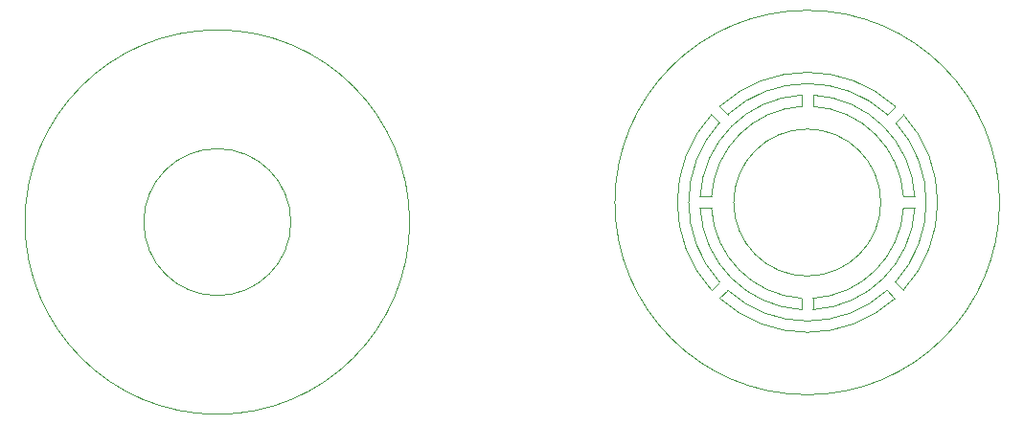
<source format=gbr>
%TF.GenerationSoftware,KiCad,Pcbnew,8.0.0*%
%TF.CreationDate,2024-05-16T16:09:19+03:00*%
%TF.ProjectId,pressure_sensor,70726573-7375-4726-955f-73656e736f72,rev?*%
%TF.SameCoordinates,Original*%
%TF.FileFunction,Profile,NP*%
%FSLAX46Y46*%
G04 Gerber Fmt 4.6, Leading zero omitted, Abs format (unit mm)*
G04 Created by KiCad (PCBNEW 8.0.0) date 2024-05-16 16:09:19*
%MOMM*%
%LPD*%
G01*
G04 APERTURE LIST*
%TA.AperFunction,Profile*%
%ADD10C,0.100000*%
%TD*%
G04 APERTURE END LIST*
D10*
X230450000Y-78850000D02*
X231451551Y-78850000D01*
X222464720Y-69864720D02*
X222464720Y-68863168D01*
X228443116Y-78367136D02*
G75*
G02*
X215443116Y-78367136I-6500000J0D01*
G01*
X215443116Y-78367136D02*
G75*
G02*
X228443116Y-78367136I6500000J0D01*
G01*
X229027364Y-86119751D02*
X229699997Y-86859727D01*
X229734475Y-85412648D02*
X230442316Y-86120489D01*
X221464720Y-87836832D02*
G75*
G02*
X212477869Y-78850001I499980J9486832D01*
G01*
X229027363Y-86119750D02*
G75*
G02*
X214902077Y-86119750I-7062643J7769745D01*
G01*
X231451550Y-78850000D02*
G75*
G02*
X222464721Y-87836849I-9486850J500000D01*
G01*
X222464720Y-69864721D02*
G75*
G02*
X230450074Y-77849996I-499920J-8485279D01*
G01*
X176300000Y-80100000D02*
G75*
G02*
X163300000Y-80100000I-6500000J0D01*
G01*
X163300000Y-80100000D02*
G75*
G02*
X176300000Y-80100000I6500000J0D01*
G01*
X221464720Y-69864716D02*
X221464720Y-68863164D01*
X186800000Y-80100000D02*
G75*
G02*
X152800000Y-80100000I-17000000J0D01*
G01*
X152800000Y-80100000D02*
G75*
G02*
X186800000Y-80100000I17000000J0D01*
G01*
X238943116Y-78367136D02*
G75*
G02*
X204943116Y-78367136I-17000000J0D01*
G01*
X204943116Y-78367136D02*
G75*
G02*
X238943116Y-78367136I17000000J0D01*
G01*
X230450000Y-78850000D02*
G75*
G02*
X222464721Y-86835298I-8485400J500100D01*
G01*
X214194235Y-86827592D02*
X214902076Y-86119751D01*
X221464720Y-86835281D02*
G75*
G02*
X213479421Y-78850001I499980J8485281D01*
G01*
X213479440Y-77850000D02*
G75*
G02*
X221464721Y-69864739I8485160J-499900D01*
G01*
X213487134Y-70579520D02*
X214194974Y-71287360D01*
X229699996Y-86859726D02*
G75*
G02*
X214194219Y-86827610I-7735296J8509726D01*
G01*
X212477887Y-77850000D02*
G75*
G02*
X221464721Y-68863186I9486813J-500000D01*
G01*
X231451545Y-77850000D02*
X230450003Y-77850000D01*
X214194235Y-69872408D02*
G75*
G02*
X229735186Y-69872428I7770465J-8477592D01*
G01*
X229734471Y-71287356D02*
G75*
G02*
X229734471Y-85412644I-7769771J-7062644D01*
G01*
X212477887Y-77850000D02*
X213479439Y-77850000D01*
X222464720Y-87836828D02*
X222464720Y-86835278D01*
X212477890Y-78850000D02*
X213479432Y-78850000D01*
X213514231Y-86149950D02*
X214194969Y-85412644D01*
X221464720Y-87836833D02*
X221464720Y-86835281D01*
X222464720Y-68863168D02*
G75*
G02*
X231451533Y-77850001I-500020J-9486832D01*
G01*
X214194970Y-85412643D02*
G75*
G02*
X214194970Y-71287356I7769730J7062643D01*
G01*
X229735204Y-69872409D02*
X229027362Y-70580251D01*
X230442311Y-70579516D02*
X229734471Y-71287356D01*
X214902075Y-70580248D02*
G75*
G02*
X229027346Y-70580268I7062625J-7769752D01*
G01*
X230442311Y-70579516D02*
G75*
G02*
X230442310Y-86120484I-8477611J-7770484D01*
G01*
X214194235Y-69872408D02*
X214902075Y-70580248D01*
X213514231Y-86149950D02*
G75*
G02*
X213487129Y-70579516I8450469J7799950D01*
G01*
M02*

</source>
